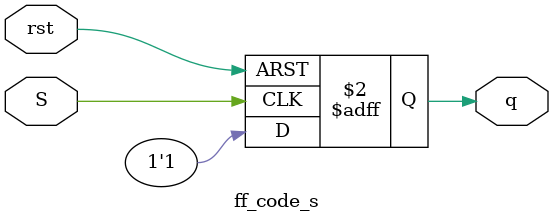
<source format=v>
module ff_code_R (
    input S , rst, D, clk,
    output reg q
);

always @(posedge rst or posedge S or posedge clk) begin
  if (rst) begin
     q <= 0;
  end else if (S) begin 
    q <= 1;
  end 
  else q <= D;   
end

endmodule

module ff_code_s (
    input S , rst ,
    output reg q
);

always @(posedge rst or posedge S) begin
  if (rst) q <= 0;
  else q <= 1;
 
end

endmodule

</source>
